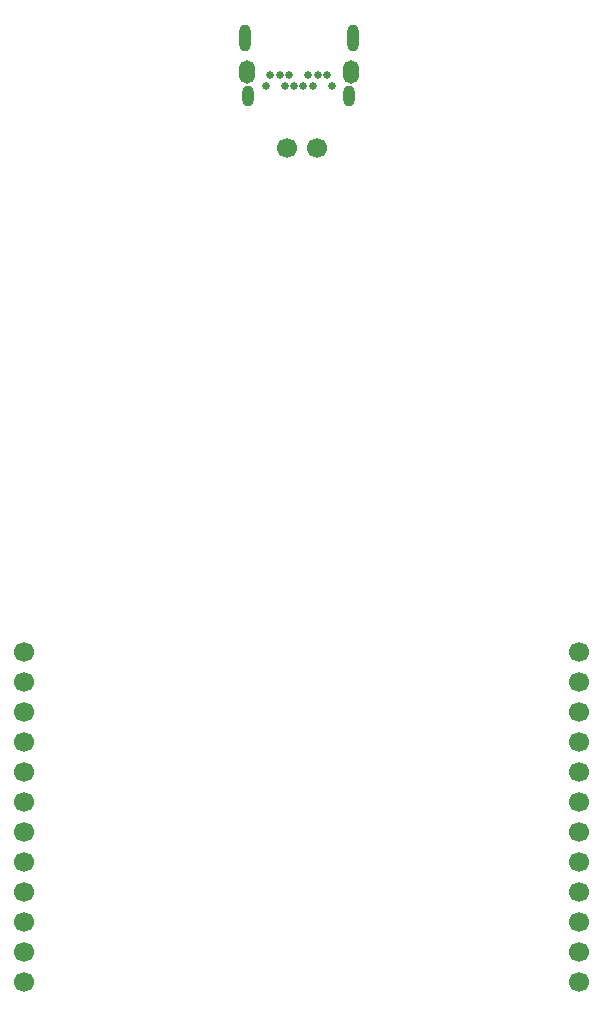
<source format=gbs>
G04 #@! TF.GenerationSoftware,KiCad,Pcbnew,6.0.11-2627ca5db0~126~ubuntu22.04.1*
G04 #@! TF.CreationDate,2023-08-07T18:38:46+02:00*
G04 #@! TF.ProjectId,Qoobinoo,516f6f62-696e-46f6-9f2e-6b696361645f,rev?*
G04 #@! TF.SameCoordinates,Original*
G04 #@! TF.FileFunction,Soldermask,Bot*
G04 #@! TF.FilePolarity,Negative*
%FSLAX46Y46*%
G04 Gerber Fmt 4.6, Leading zero omitted, Abs format (unit mm)*
G04 Created by KiCad (PCBNEW 6.0.11-2627ca5db0~126~ubuntu22.04.1) date 2023-08-07 18:38:46*
%MOMM*%
%LPD*%
G01*
G04 APERTURE LIST*
%ADD10C,1.700000*%
%ADD11C,0.650000*%
%ADD12O,0.950000X1.800000*%
%ADD13O,0.950000X2.280000*%
%ADD14O,1.330000X1.980000*%
G04 APERTURE END LIST*
D10*
X127000000Y-105410000D03*
X127000000Y-107950000D03*
X127000000Y-110490000D03*
X127000000Y-113030000D03*
X127000000Y-115570000D03*
X127000000Y-118110000D03*
X127000000Y-120650000D03*
X127000000Y-123190000D03*
X127000000Y-125730000D03*
X127000000Y-128270000D03*
X127000000Y-130810000D03*
X127000000Y-133350000D03*
X173990000Y-105410000D03*
X173990000Y-107950000D03*
X173990000Y-110490000D03*
X173990000Y-113030000D03*
X173990000Y-115570000D03*
X173990000Y-118110000D03*
X173990000Y-120650000D03*
X173990000Y-123190000D03*
X173990000Y-125730000D03*
X173990000Y-128270000D03*
X173990000Y-130810000D03*
X173990000Y-133350000D03*
D11*
X147425000Y-57500000D03*
X147825000Y-56600000D03*
X148625000Y-56600000D03*
X149025000Y-57500000D03*
X149425000Y-56600000D03*
X149825000Y-57500000D03*
X150625000Y-57500000D03*
X151025000Y-56600000D03*
X151425000Y-57500000D03*
X151825000Y-56600000D03*
X152625000Y-56600000D03*
X153025000Y-57500000D03*
D12*
X145930000Y-58330000D03*
D13*
X145650000Y-53440000D03*
D14*
X154615000Y-56350000D03*
D12*
X154520000Y-58330000D03*
D14*
X145835000Y-56350000D03*
D13*
X154800000Y-53440000D03*
D10*
X149190000Y-62720000D03*
X151730000Y-62720000D03*
M02*

</source>
